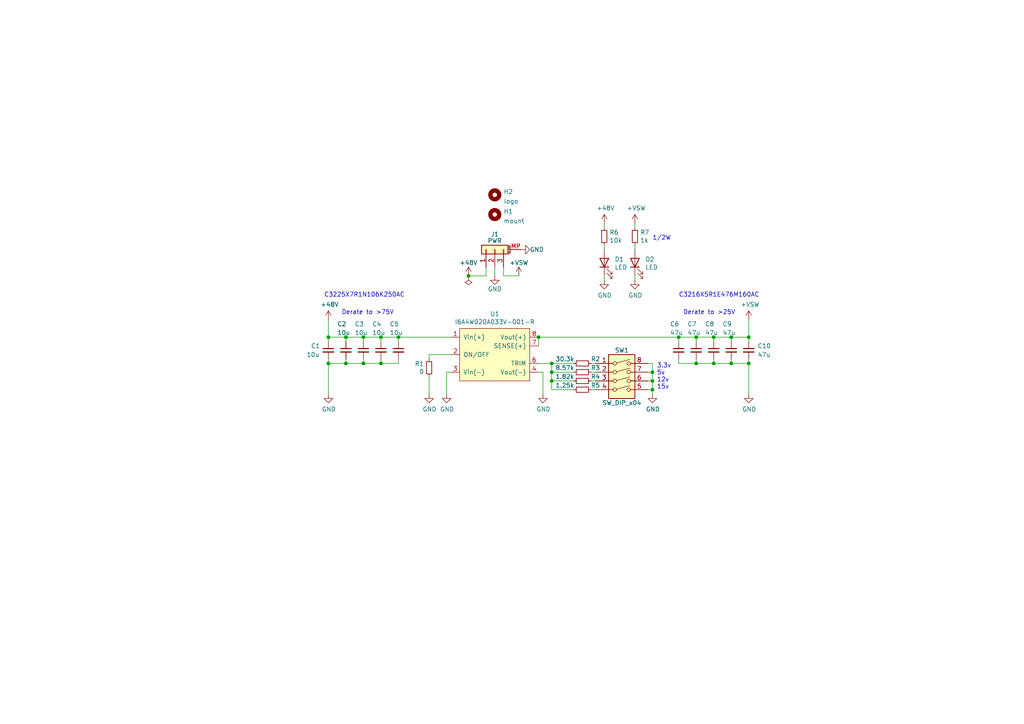
<source format=kicad_sch>
(kicad_sch (version 20211123) (generator eeschema)
  (paper "A4")
  (lib_symbols
    (symbol "Connector_Generic_MountingPin:Conn_01x03_MountingPin" (pin_names (offset 1.016) hide)
      (property "Reference" "J" (at 0 5.08 0))
      (property "Value" "Conn_01x03_MountingPin" (at 1.27 -5.08 0))
      (symbol "Conn_01x03_MountingPin_1_1"
        (rectangle (start -1.27 -2.413) (end 0 -2.667) (stroke (width 0.1524)))
        (rectangle (start -1.27 0.127) (end 0 -0.127) (stroke (width 0.1524)))
        (rectangle (start -1.27 2.667) (end 0 2.413) (stroke (width 0.1524)))
        (rectangle (start -1.27 3.81) (end 1.27 -3.81) (stroke (width 0.254)) (fill (type background)))
        (polyline (pts (xy -1.016 -4.572) (xy 1.016 -4.572)) (stroke (width 0.1524)))
        (text "Mounting" (at 0 -4.191 0) (effects (font (size 0.381 0.381))))
        (pin passive line (at -5.08 2.54 0) (length 3.81) (name "Pin_1") (number "1"))
        (pin passive line (at -5.08 0 0) (length 3.81) (name "Pin_2") (number "2"))
        (pin passive line (at -5.08 -2.54 0) (length 3.81) (name "Pin_3") (number "3"))
        (pin passive line (at 0 -7.62 90) (length 3.048) (name "MountPin") (number "MP"))
      )
    )
    (symbol "Device:C_Small" (pin_numbers hide) (pin_names (offset 0.254) hide)
      (property "Reference" "C" (at 0.254 1.778 0))
      (property "Value" "C_Small" (at 0.254 -2.032 0))
      (symbol "C_Small_0_1"
        (polyline (pts (xy -1.524 -0.508) (xy 1.524 -0.508)) (stroke (width 0.3302)))
        (polyline (pts (xy -1.524 0.508) (xy 1.524 0.508)) (stroke (width 0.3048)))
      )
      (symbol "C_Small_1_1"
        (pin passive line (at 0 2.54 270) (length 2.032) (name "~") (number "1"))
        (pin passive line (at 0 -2.54 90) (length 2.032) (name "~") (number "2"))
      )
    )
    (symbol "Device:LED" (pin_numbers hide) (pin_names (offset 1.016) hide)
      (property "Reference" "D" (at 0 2.54 0))
      (property "Value" "LED" (at 0 -2.54 0))
      (symbol "LED_0_1"
        (polyline (pts (xy -1.27 -1.27) (xy -1.27 1.27)) (stroke (width 0.254)))
        (polyline (pts (xy -1.27 0) (xy 1.27 0)))
        (polyline (pts (xy 1.27 -1.27) (xy 1.27 1.27) (xy -1.27 0) (xy 1.27 -1.27)) (stroke (width 0.254)))
        (polyline (pts (xy -3.048 -0.762) (xy -4.572 -2.286) (xy -3.81 -2.286) (xy -4.572 -2.286) (xy -4.572 -1.524)))
        (polyline (pts (xy -1.778 -0.762) (xy -3.302 -2.286) (xy -2.54 -2.286) (xy -3.302 -2.286) (xy -3.302 -1.524)))
      )
      (symbol "LED_1_1"
        (pin passive line (at -3.81 0 0) (length 2.54) (name "K") (number "1"))
        (pin passive line (at 3.81 0 180) (length 2.54) (name "A") (number "2"))
      )
    )
    (symbol "Device:R_Small" (pin_numbers hide) (pin_names (offset 0.254) hide)
      (property "Reference" "R" (at 0.762 0.508 0))
      (property "Value" "R_Small" (at 0.762 -1.016 0))
      (symbol "R_Small_0_1"
        (rectangle (start -0.762 1.778) (end 0.762 -1.778) (stroke (width 0.2032)))
      )
      (symbol "R_Small_1_1"
        (pin passive line (at 0 2.54 270) (length 0.762) (name "~") (number "1"))
        (pin passive line (at 0 -2.54 90) (length 0.762) (name "~") (number "2"))
      )
    )
    (symbol "Mechanical:MountingHole" (pin_names (offset 1.016))
      (property "Reference" "H" (at 0 5.08 0))
      (property "Value" "MountingHole" (at 0 3.175 0))
      (symbol "MountingHole_0_1"
        (circle (center 0 0) (radius 1.27) (stroke (width 1.27)))
      )
    )
    (symbol "Switch:SW_DIP_x04" (pin_names (offset 0) hide)
      (property "Reference" "SW" (at 0 8.89 0))
      (property "Value" "SW_DIP_x04" (at 0 -6.35 0))
      (symbol "SW_DIP_x04_0_0"
        (circle (center -2.032 -2.54) (radius 0.508))
        (circle (center -2.032 0) (radius 0.508))
        (circle (center -2.032 2.54) (radius 0.508))
        (circle (center -2.032 5.08) (radius 0.508))
        (polyline (pts (xy -1.524 -2.3876) (xy 2.3622 -1.3462)))
        (polyline (pts (xy -1.524 0.127) (xy 2.3622 1.1684)))
        (polyline (pts (xy -1.524 2.667) (xy 2.3622 3.7084)))
        (polyline (pts (xy -1.524 5.207) (xy 2.3622 6.2484)))
        (circle (center 2.032 -2.54) (radius 0.508))
        (circle (center 2.032 0) (radius 0.508))
        (circle (center 2.032 2.54) (radius 0.508))
        (circle (center 2.032 5.08) (radius 0.508))
      )
      (symbol "SW_DIP_x04_0_1"
        (rectangle (start -3.81 7.62) (end 3.81 -5.08) (stroke (width 0.254)) (fill (type background)))
      )
      (symbol "SW_DIP_x04_1_1"
        (pin passive line (at -7.62 5.08 0) (length 5.08) (name "~") (number "1"))
        (pin passive line (at -7.62 2.54 0) (length 5.08) (name "~") (number "2"))
        (pin passive line (at -7.62 0 0) (length 5.08) (name "~") (number "3"))
        (pin passive line (at -7.62 -2.54 0) (length 5.08) (name "~") (number "4"))
        (pin passive line (at 7.62 -2.54 180) (length 5.08) (name "~") (number "5"))
        (pin passive line (at 7.62 0 180) (length 5.08) (name "~") (number "6"))
        (pin passive line (at 7.62 2.54 180) (length 5.08) (name "~") (number "7"))
        (pin passive line (at 7.62 5.08 180) (length 5.08) (name "~") (number "8"))
      )
    )
    (symbol "extraparts:I6A4W020A033V-001-R" (pin_names (offset 1.016))
      (property "Reference" "U" (at 0 11.43 0))
      (property "Value" "I6A4W020A033V-001-R" (at 0 8.89 0))
      (symbol "I6A4W020A033V-001-R_0_1"
        (rectangle (start -10.16 7.62) (end 10.16 -7.62) (fill (type background)))
      )
      (symbol "I6A4W020A033V-001-R_1_1"
        (pin power_in line (at -12.7 5.08 0) (length 2.54) (name "Vin(+)") (number "1"))
        (pin input line (at -12.7 0 0) (length 2.54) (name "ON/OFF") (number "2"))
        (pin power_in line (at -12.7 -5.08 0) (length 2.54) (name "Vin(-)") (number "3"))
        (pin power_out line (at 12.7 -5.08 180) (length 2.54) (name "Vout(-)") (number "4"))
        (pin input line (at 12.7 -2.54 180) (length 2.54) (name "TRIM") (number "6"))
        (pin input line (at 12.7 2.54 180) (length 2.54) (name "SENSE(+)") (number "7"))
        (pin power_out line (at 12.7 5.08 180) (length 2.54) (name "Vout(+)") (number "8"))
      )
    )
    (symbol "power:+48V" (power) (pin_names (offset 0))
      (property "Value" "+48V" (at 0 3.556 0))
      (symbol "+48V_0_1"
        (polyline (pts (xy -0.762 1.27) (xy 0 2.54)))
        (polyline (pts (xy 0 0) (xy 0 2.54)))
        (polyline (pts (xy 0 2.54) (xy 0.762 1.27)))
      )
      (symbol "+48V_1_1"
        (pin power_in line (at 0 0 90) (length 0) hide (name "+48V") (number "1"))
      )
    )
    (symbol "power:+VSW" (power) (pin_names (offset 0))
      (property "Value" "+VSW" (at 0 3.556 0))
      (symbol "+VSW_0_1"
        (polyline (pts (xy -0.762 1.27) (xy 0 2.54)))
        (polyline (pts (xy 0 0) (xy 0 2.54)))
        (polyline (pts (xy 0 2.54) (xy 0.762 1.27)))
      )
      (symbol "+VSW_1_1"
        (pin power_in line (at 0 0 90) (length 0) hide (name "+VSW") (number "1"))
      )
    )
    (symbol "power:GND" (power) (pin_names (offset 0))
      (property "Value" "GND" (at 0 -3.81 0))
      (symbol "GND_0_1"
        (polyline (pts (xy 0 0) (xy 0 -1.27) (xy 1.27 -1.27) (xy 0 -2.54) (xy -1.27 -1.27) (xy 0 -1.27)))
      )
      (symbol "GND_1_1"
        (pin power_in line (at 0 0 270) (length 0) hide (name "GND") (number "1"))
      )
    )
    (symbol "power:PWR_FLAG" (power) (pin_numbers hide) (pin_names (offset 0) hide)
      (property "Value" "PWR_FLAG" (at 0 3.81 0))
      (symbol "PWR_FLAG_0_0"
        (pin power_out line (at 0 0 90) (length 0) (name "pwr") (number "1"))
      )
      (symbol "PWR_FLAG_0_1"
        (polyline (pts (xy 0 0) (xy 0 1.27) (xy -1.016 1.905) (xy 0 2.54) (xy 1.016 1.905) (xy 0 1.27)))
      )
    )
  )
  (junction (at 207.01 105.41))
  (junction (at 160.02 110.49))
  (junction (at 95.25 105.41))
  (junction (at 100.33 105.41))
  (junction (at 100.33 97.79))
  (junction (at 115.57 97.79))
  (junction (at 135.89 80.01))
  (junction (at 196.85 97.79))
  (junction (at 217.17 105.41))
  (junction (at 201.93 105.41))
  (junction (at 110.49 97.79))
  (junction (at 189.23 110.49))
  (junction (at 217.17 97.79))
  (junction (at 105.41 97.79))
  (junction (at 160.02 107.95))
  (junction (at 201.93 97.79))
  (junction (at 105.41 105.41))
  (junction (at 189.23 113.03))
  (junction (at 212.09 105.41))
  (junction (at 189.23 107.95))
  (junction (at 207.01 97.79))
  (junction (at 212.09 97.79))
  (junction (at 160.02 105.41))
  (junction (at 95.25 97.79))
  (junction (at 156.21 97.79))
  (junction (at 110.49 105.41))
  (wire (pts (xy 196.85 105.41) (xy 201.93 105.41)))
  (wire (pts (xy 196.85 97.79) (xy 196.85 99.06)))
  (wire (pts (xy 143.51 77.47) (xy 143.51 80.01)))
  (wire (pts (xy 187.96 107.95) (xy 189.23 107.95)))
  (wire (pts (xy 171.45 107.95) (xy 172.72 107.95)))
  (wire (pts (xy 156.21 100.33) (xy 156.21 97.79)))
  (wire (pts (xy 115.57 97.79) (xy 110.49 97.79)))
  (wire (pts (xy 146.05 80.01) (xy 150.495 80.01)))
  (wire (pts (xy 95.25 104.14) (xy 95.25 105.41)))
  (wire (pts (xy 175.26 80.01) (xy 175.26 81.28)))
  (wire (pts (xy 201.93 99.06) (xy 201.93 97.79)))
  (wire (pts (xy 189.23 107.95) (xy 189.23 105.41)))
  (wire (pts (xy 166.37 110.49) (xy 160.02 110.49)))
  (wire (pts (xy 105.41 97.79) (xy 110.49 97.79)))
  (wire (pts (xy 160.02 105.41) (xy 156.21 105.41)))
  (wire (pts (xy 95.25 92.71) (xy 95.25 97.79)))
  (wire (pts (xy 212.09 105.41) (xy 217.17 105.41)))
  (wire (pts (xy 100.33 105.41) (xy 105.41 105.41)))
  (wire (pts (xy 140.97 77.47) (xy 140.97 80.01)))
  (wire (pts (xy 105.41 99.06) (xy 105.41 97.79)))
  (wire (pts (xy 196.85 97.79) (xy 156.21 97.79)))
  (wire (pts (xy 95.25 105.41) (xy 95.25 114.3)))
  (wire (pts (xy 166.37 105.41) (xy 160.02 105.41)))
  (wire (pts (xy 100.33 99.06) (xy 100.33 97.79)))
  (wire (pts (xy 212.09 97.79) (xy 217.17 97.79)))
  (wire (pts (xy 110.49 99.06) (xy 110.49 97.79)))
  (wire (pts (xy 217.17 92.71) (xy 217.17 97.79)))
  (wire (pts (xy 217.17 105.41) (xy 217.17 114.3)))
  (wire (pts (xy 217.17 104.14) (xy 217.17 105.41)))
  (wire (pts (xy 166.37 113.03) (xy 160.02 113.03)))
  (wire (pts (xy 175.26 64.77) (xy 175.26 66.04)))
  (wire (pts (xy 140.97 80.01) (xy 135.89 80.01)))
  (wire (pts (xy 201.93 97.79) (xy 196.85 97.79)))
  (wire (pts (xy 187.96 113.03) (xy 189.23 113.03)))
  (wire (pts (xy 160.02 113.03) (xy 160.02 110.49)))
  (wire (pts (xy 196.85 104.14) (xy 196.85 105.41)))
  (wire (pts (xy 95.25 105.41) (xy 100.33 105.41)))
  (wire (pts (xy 100.33 97.79) (xy 105.41 97.79)))
  (wire (pts (xy 184.15 80.01) (xy 184.15 81.28)))
  (wire (pts (xy 201.93 105.41) (xy 207.01 105.41)))
  (wire (pts (xy 124.46 104.14) (xy 124.46 102.87)))
  (wire (pts (xy 171.45 105.41) (xy 172.72 105.41)))
  (wire (pts (xy 207.01 99.06) (xy 207.01 97.79)))
  (wire (pts (xy 110.49 105.41) (xy 115.57 105.41)))
  (wire (pts (xy 166.37 107.95) (xy 160.02 107.95)))
  (wire (pts (xy 187.96 110.49) (xy 189.23 110.49)))
  (wire (pts (xy 189.23 113.03) (xy 189.23 110.49)))
  (wire (pts (xy 115.57 99.06) (xy 115.57 97.79)))
  (wire (pts (xy 189.23 110.49) (xy 189.23 107.95)))
  (wire (pts (xy 184.15 71.12) (xy 184.15 72.39)))
  (wire (pts (xy 160.02 110.49) (xy 160.02 107.95)))
  (wire (pts (xy 184.15 64.77) (xy 184.15 66.04)))
  (wire (pts (xy 157.48 114.3) (xy 157.48 107.95)))
  (wire (pts (xy 110.49 104.14) (xy 110.49 105.41)))
  (wire (pts (xy 124.46 114.3) (xy 124.46 109.22)))
  (wire (pts (xy 105.41 105.41) (xy 110.49 105.41)))
  (wire (pts (xy 172.72 110.49) (xy 171.45 110.49)))
  (wire (pts (xy 207.01 105.41) (xy 212.09 105.41)))
  (wire (pts (xy 146.05 77.47) (xy 146.05 80.01)))
  (wire (pts (xy 105.41 104.14) (xy 105.41 105.41)))
  (wire (pts (xy 95.25 97.79) (xy 100.33 97.79)))
  (wire (pts (xy 129.54 114.3) (xy 129.54 107.95)))
  (wire (pts (xy 160.02 107.95) (xy 160.02 105.41)))
  (wire (pts (xy 130.81 97.79) (xy 115.57 97.79)))
  (wire (pts (xy 171.45 113.03) (xy 172.72 113.03)))
  (wire (pts (xy 175.26 71.12) (xy 175.26 72.39)))
  (wire (pts (xy 201.93 104.14) (xy 201.93 105.41)))
  (wire (pts (xy 115.57 105.41) (xy 115.57 104.14)))
  (wire (pts (xy 212.09 99.06) (xy 212.09 97.79)))
  (wire (pts (xy 189.23 105.41) (xy 187.96 105.41)))
  (wire (pts (xy 124.46 102.87) (xy 130.81 102.87)))
  (wire (pts (xy 189.23 114.3) (xy 189.23 113.03)))
  (wire (pts (xy 217.17 97.79) (xy 217.17 99.06)))
  (wire (pts (xy 207.01 97.79) (xy 212.09 97.79)))
  (wire (pts (xy 212.09 104.14) (xy 212.09 105.41)))
  (wire (pts (xy 95.25 99.06) (xy 95.25 97.79)))
  (wire (pts (xy 129.54 107.95) (xy 130.81 107.95)))
  (wire (pts (xy 157.48 107.95) (xy 156.21 107.95)))
  (wire (pts (xy 207.01 104.14) (xy 207.01 105.41)))
  (wire (pts (xy 100.33 104.14) (xy 100.33 105.41)))
  (wire (pts (xy 201.93 97.79) (xy 207.01 97.79)))
  (text "1/2W" (at 189.23 69.85 0) (effects (font (size 1.27 1.27)) (justify left bottom)))
  (text "3.3v\n5v\n12v\n15v" (at 190.5 113.03 0) (effects (font (size 1.27 1.27)) (justify left bottom)))
  (text "Derate to >75V" (at 99.06 91.44 0) (effects (font (size 1.27 1.27)) (justify left bottom)))
  (text "C3225X7R1N106K250AC" (at 93.98 86.36 0) (effects (font (size 1.27 1.27)) (justify left bottom)))
  (text "C3216X5R1E476M160AC" (at 196.85 86.36 0) (effects (font (size 1.27 1.27)) (justify left bottom)))
  (text "Derate to >25V" (at 198.12 91.44 0) (effects (font (size 1.27 1.27)) (justify left bottom)))
  (symbol (lib_id "extraparts:I6A4W020A033V-001-R") (at 143.51 102.87 0) (unit 1)
    (property "Reference" "U1" (at 143.51 91.059 0))
    (property "Value" "I6A4W020A033V-001-R" (at 143.51 93.3704 0))
    (property "Footprint" "extraparts:I6A4W020A033V-001-R" (effects hide))
  )
  (symbol (lib_id "Device:R_Small") (at 124.46 106.68 0) (mirror x) (unit 1)
    (property "Reference" "R1" (at 122.9868 105.5116 0) (effects (justify right)))
    (property "Value" "0" (at 122.9868 107.823 0) (effects (justify right)))
    (property "Footprint" "Resistor_SMD:R_0603_1608Metric" (effects hide))
  )
  (symbol (lib_id "power:GND") (at 129.54 114.3 0) (unit 1)
    (property "Reference" "#PWR04" (effects hide))
    (property "Value" "GND" (at 129.667 118.6942 0))
  )
  (symbol (lib_id "power:GND") (at 124.46 114.3 0) (unit 1)
    (property "Reference" "#PWR03" (effects hide))
    (property "Value" "GND" (at 124.587 118.6942 0))
  )
  (symbol (lib_id "power:GND") (at 157.48 114.3 0) (unit 1)
    (property "Reference" "#PWR08" (effects hide))
    (property "Value" "GND" (at 157.607 118.6942 0))
  )
  (symbol (lib_id "Switch:SW_DIP_x04") (at 180.34 110.49 0) (unit 1)
    (property "Reference" "SW1" (at 180.34 101.6 0))
    (property "Value" "SW_DIP_x04" (at 180.34 116.84 0))
    (property "Footprint" "Button_Switch_SMD:SW_DIP_SPSTx04_Slide_Omron_A6H-4101_W6.15mm_P1.27mm" (effects hide))
  )
  (symbol (lib_id "Device:R_Small") (at 168.91 105.41 270) (unit 1)
    (property "Reference" "R2" (at 172.72 104.14 90))
    (property "Value" "30.3k" (at 163.83 104.14 90))
    (property "Footprint" "Resistor_SMD:R_0603_1608Metric" (effects hide))
  )
  (symbol (lib_id "Device:R_Small") (at 168.91 107.95 270) (unit 1)
    (property "Reference" "R3" (at 172.72 106.68 90))
    (property "Value" "8.57k" (at 163.83 106.68 90))
    (property "Footprint" "Resistor_SMD:R_0603_1608Metric" (effects hide))
  )
  (symbol (lib_id "Device:R_Small") (at 168.91 110.49 270) (unit 1)
    (property "Reference" "R4" (at 172.72 109.22 90))
    (property "Value" "1.82k" (at 163.83 109.22 90))
    (property "Footprint" "Resistor_SMD:R_0603_1608Metric" (effects hide))
  )
  (symbol (lib_id "Device:R_Small") (at 168.91 113.03 270) (unit 1)
    (property "Reference" "R5" (at 172.72 111.76 90))
    (property "Value" "1.25k" (at 163.83 111.76 90))
    (property "Footprint" "Resistor_SMD:R_0603_1608Metric" (effects hide))
  )
  (symbol (lib_id "power:GND") (at 189.23 114.3 0) (unit 1)
    (property "Reference" "#PWR013" (effects hide))
    (property "Value" "GND" (at 189.357 118.6942 0))
  )
  (symbol (lib_id "Device:C_Small") (at 110.49 101.6 0) (unit 1)
    (property "Reference" "C4" (at 107.95 93.98 0) (effects (justify left)))
    (property "Value" "10u" (at 107.95 96.52 0) (effects (justify left)))
    (property "Footprint" "Capacitor_SMD:C_1210_3225Metric" (effects hide))
  )
  (symbol (lib_id "Device:C_Small") (at 115.57 101.6 0) (unit 1)
    (property "Reference" "C5" (at 113.03 93.98 0) (effects (justify left)))
    (property "Value" "10u" (at 113.03 96.52 0) (effects (justify left)))
    (property "Footprint" "Capacitor_SMD:C_1210_3225Metric" (effects hide))
  )
  (symbol (lib_id "power:GND") (at 95.25 114.3 0) (unit 1)
    (property "Reference" "#PWR02" (effects hide))
    (property "Value" "GND" (at 95.377 118.6942 0))
  )
  (symbol (lib_id "power:+48V") (at 95.25 92.71 0) (unit 1)
    (property "Reference" "#PWR01" (effects hide))
    (property "Value" "+48V" (at 95.631 88.3158 0))
  )
  (symbol (lib_id "Device:C_Small") (at 201.93 101.6 0) (unit 1)
    (property "Reference" "C7" (at 199.39 93.98 0) (effects (justify left)))
    (property "Value" "47u" (at 199.39 96.52 0) (effects (justify left)))
    (property "Footprint" "Capacitor_SMD:C_1206_3216Metric" (effects hide))
  )
  (symbol (lib_id "Device:C_Small") (at 207.01 101.6 0) (unit 1)
    (property "Reference" "C8" (at 204.47 93.98 0) (effects (justify left)))
    (property "Value" "47u" (at 204.47 96.52 0) (effects (justify left)))
    (property "Footprint" "Capacitor_SMD:C_1206_3216Metric" (effects hide))
  )
  (symbol (lib_id "Device:C_Small") (at 212.09 101.6 0) (unit 1)
    (property "Reference" "C9" (at 209.55 93.98 0) (effects (justify left)))
    (property "Value" "47u" (at 209.55 96.52 0) (effects (justify left)))
    (property "Footprint" "Capacitor_SMD:C_1206_3216Metric" (effects hide))
  )
  (symbol (lib_id "Device:C_Small") (at 217.17 101.6 0) (unit 1)
    (property "Reference" "C10" (at 219.71 100.33 0) (effects (justify left)))
    (property "Value" "47u" (at 219.71 102.87 0) (effects (justify left)))
    (property "Footprint" "Capacitor_SMD:C_1206_3216Metric" (effects hide))
  )
  (symbol (lib_id "power:GND") (at 217.17 114.3 0) (unit 1)
    (property "Reference" "#PWR015" (effects hide))
    (property "Value" "GND" (at 217.297 118.6942 0))
  )
  (symbol (lib_id "power:+VSW") (at 217.17 92.71 0) (unit 1)
    (property "Reference" "#PWR014" (effects hide))
    (property "Value" "+VSW" (at 217.551 88.3158 0))
  )
  (symbol (lib_id "power:GND") (at 143.51 80.01 0) (unit 1)
    (property "Reference" "#PWR06" (effects hide))
    (property "Value" "GND" (at 143.51 83.82 0))
  )
  (symbol (lib_id "power:+48V") (at 135.89 80.01 0) (unit 1)
    (property "Reference" "#PWR05" (effects hide))
    (property "Value" "+48V" (at 135.89 76.2 0))
  )
  (symbol (lib_id "power:+VSW") (at 150.495 80.01 0) (unit 1)
    (property "Reference" "#PWR07" (effects hide))
    (property "Value" "+VSW" (at 150.495 76.2 0))
  )
  (symbol (lib_id "Device:R_Small") (at 175.26 68.58 0) (unit 1)
    (property "Reference" "R6" (at 176.7586 67.4116 0) (effects (justify left)))
    (property "Value" "10k" (at 176.7586 69.723 0) (effects (justify left)))
    (property "Footprint" "Resistor_SMD:R_1206_3216Metric" (effects hide))
  )
  (symbol (lib_id "Device:LED") (at 175.26 76.2 90) (unit 1)
    (property "Reference" "D1" (at 178.2572 75.2094 90) (effects (justify right)))
    (property "Value" "LED" (at 178.2572 77.5208 90) (effects (justify right)))
    (property "Footprint" "LED_SMD:LED_0603_1608Metric" (effects hide))
  )
  (symbol (lib_id "power:+48V") (at 175.26 64.77 0) (unit 1)
    (property "Reference" "#PWR09" (effects hide))
    (property "Value" "+48V" (at 175.641 60.3758 0))
  )
  (symbol (lib_id "power:GND") (at 175.26 81.28 0) (unit 1)
    (property "Reference" "#PWR010" (effects hide))
    (property "Value" "GND" (at 175.387 85.6742 0))
  )
  (symbol (lib_id "Device:R_Small") (at 184.15 68.58 0) (unit 1)
    (property "Reference" "R7" (at 185.6486 67.4116 0) (effects (justify left)))
    (property "Value" "1k" (at 185.6486 69.723 0) (effects (justify left)))
    (property "Footprint" "Resistor_SMD:R_1206_3216Metric" (effects hide))
  )
  (symbol (lib_id "Device:LED") (at 184.15 76.2 90) (unit 1)
    (property "Reference" "D2" (at 187.1472 75.2094 90) (effects (justify right)))
    (property "Value" "LED" (at 187.1472 77.5208 90) (effects (justify right)))
    (property "Footprint" "LED_SMD:LED_0603_1608Metric" (effects hide))
  )
  (symbol (lib_id "power:GND") (at 184.15 81.28 0) (unit 1)
    (property "Reference" "#PWR012" (effects hide))
    (property "Value" "GND" (at 184.277 85.6742 0))
  )
  (symbol (lib_id "power:+VSW") (at 184.15 64.77 0) (unit 1)
    (property "Reference" "#PWR011" (effects hide))
    (property "Value" "+VSW" (at 184.531 60.3758 0))
  )
  (symbol (lib_id "Device:C_Small") (at 105.41 101.6 0) (unit 1)
    (property "Reference" "C3" (at 102.87 93.98 0) (effects (justify left)))
    (property "Value" "10u" (at 102.87 96.52 0) (effects (justify left)))
    (property "Footprint" "Capacitor_SMD:C_1210_3225Metric" (effects hide))
  )
  (symbol (lib_id "Device:C_Small") (at 100.33 101.6 0) (unit 1)
    (property "Reference" "C2" (at 97.79 93.98 0) (effects (justify left)))
    (property "Value" "10u" (at 97.79 96.52 0) (effects (justify left)))
    (property "Footprint" "Capacitor_SMD:C_1210_3225Metric" (effects hide))
  )
  (symbol (lib_id "Device:C_Small") (at 95.25 101.6 0) (unit 1)
    (property "Reference" "C1" (at 90.17 100.33 0) (effects (justify left)))
    (property "Value" "10u" (at 88.9 102.87 0) (effects (justify left)))
    (property "Footprint" "Capacitor_SMD:C_1210_3225Metric" (effects hide))
  )
  (symbol (lib_id "power:PWR_FLAG") (at 135.89 80.01 180) (unit 1)
    (property "Reference" "#FLG01" (effects hide))
    (property "Value" "PWR_FLAG" (effects hide))
  )
  (symbol (lib_id "Device:C_Small") (at 196.85 101.6 0) (unit 1)
    (property "Reference" "C6" (at 194.31 93.98 0) (effects (justify left)))
    (property "Value" "47u" (at 194.31 96.52 0) (effects (justify left)))
    (property "Footprint" "Capacitor_SMD:C_1206_3216Metric" (effects hide))
  )
  (symbol (lib_id "Mechanical:MountingHole") (at 143.51 56.515 0) (unit 1)
    (property "Reference" "H2" (at 146.05 55.6065 0) (effects (justify left)))
    (property "Value" "logo" (at 146.05 58.3816 0) (effects (justify left)))
    (property "Footprint" "extraparts:auv_logo" (effects hide))
  )
  (symbol (lib_id "Connector_Generic_MountingPin:Conn_01x03_MountingPin") (at 143.51 72.39 90) (unit 1)
    (property "Reference" "J1" (at 143.51 67.945 90))
    (property "Value" "PWR" (at 143.51 69.85 90))
    (property "Footprint" "extraparts:Samtec_mPOWER_UMPT_3pin" (effects hide))
  )
  (symbol (lib_id "Mechanical:MountingHole") (at 143.51 62.23 0) (unit 1)
    (property "Reference" "H1" (at 146.05 61.3215 0) (effects (justify left)))
    (property "Value" "mount" (at 146.05 64.0966 0) (effects (justify left)))
    (property "Footprint" "MountingHole:MountingHole_3.2mm_M3_Pad_TopBottom" (effects hide))
  )
  (symbol (lib_id "power:GND") (at 151.13 72.39 90) (unit 1)
    (property "Reference" "#PWR016" (effects hide))
    (property "Value" "GND" (at 153.67 72.39 90) (effects (justify right)))
  )
)
</source>
